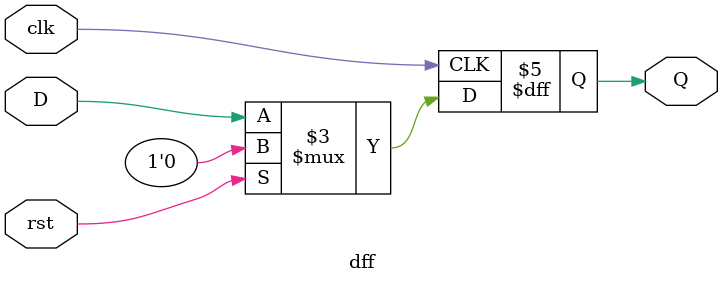
<source format=v>
`timescale 1ns / 1ps


module dff(
    input clk,
    input rst,
    input D,
    output reg Q
    );
    
always @(posedge(clk)) begin
    if(rst) Q <= 0;
    else Q <= D;
    end
endmodule

</source>
